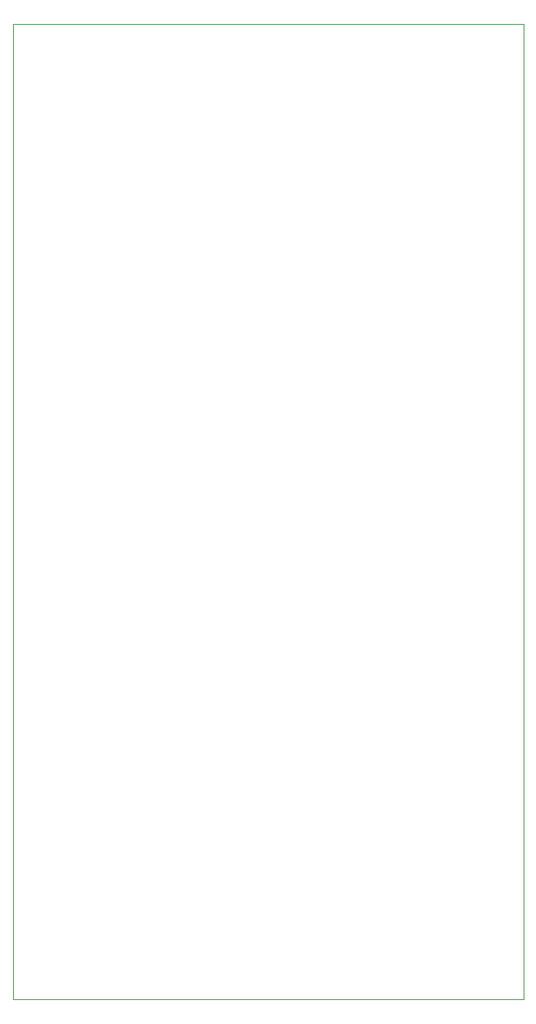
<source format=gbr>
%TF.GenerationSoftware,KiCad,Pcbnew,9.0.7*%
%TF.CreationDate,2026-01-29T21:22:27-07:00*%
%TF.ProjectId,Realsense Adapter,5265616c-7365-46e7-9365-204164617074,1.0-PROTO*%
%TF.SameCoordinates,Original*%
%TF.FileFunction,Profile,NP*%
%FSLAX46Y46*%
G04 Gerber Fmt 4.6, Leading zero omitted, Abs format (unit mm)*
G04 Created by KiCad (PCBNEW 9.0.7) date 2026-01-29 21:22:27*
%MOMM*%
%LPD*%
G01*
G04 APERTURE LIST*
%TA.AperFunction,Profile*%
%ADD10C,0.050000*%
%TD*%
G04 APERTURE END LIST*
D10*
X116840000Y-45720000D02*
X172720000Y-45720000D01*
X172720000Y-152400000D01*
X116840000Y-152400000D01*
X116840000Y-45720000D01*
M02*

</source>
